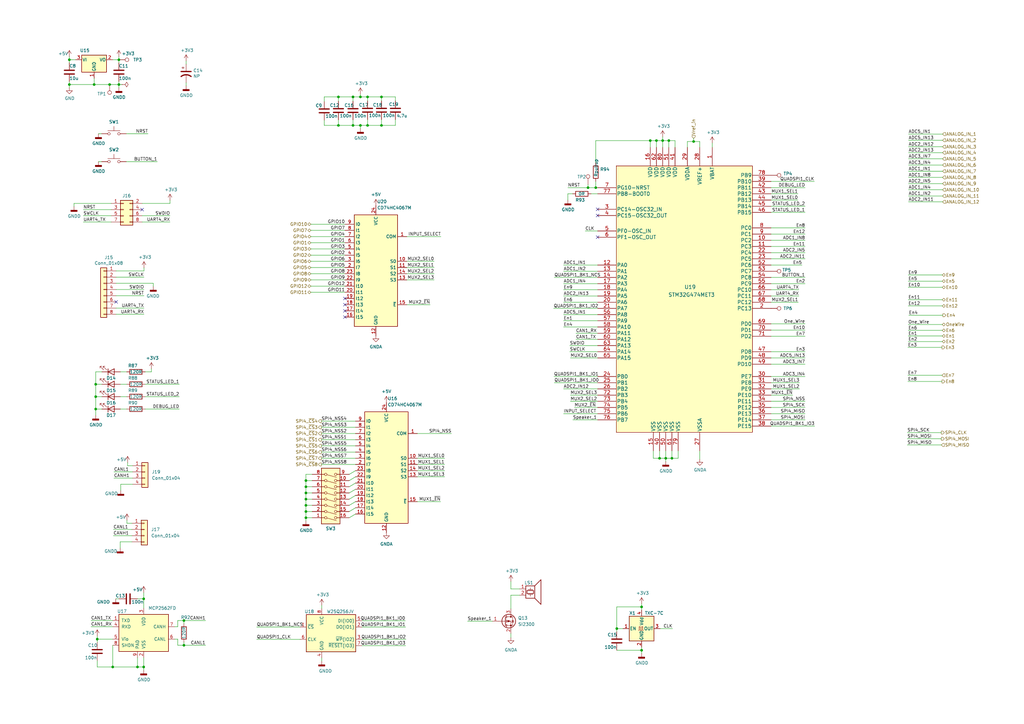
<source format=kicad_sch>
(kicad_sch (version 20211123) (generator eeschema)
  (paper "A3")
  (junction (at 28.448 24.511))
  (junction (at 138.811 51.435))
  (junction (at 138.811 39.751))
  (junction (at 39.878 262.128))
  (junction (at 156.464 51.435))
  (junction (at 271.78 57.658))
  (junction (at 44.958 34.671))
  (junction (at 125.476 212.344))
  (junction (at 39.243 162.687))
  (junction (at 48.768 24.511))
  (junction (at 58.928 245.618))
  (junction (at 39.243 167.767))
  (junction (at 75.438 264.668))
  (junction (at 28.448 34.671))
  (junction (at 252.984 257.81))
  (junction (at 150.749 39.751))
  (junction (at 125.476 197.104))
  (junction (at 284.48 58.039))
  (junction (at 39.243 157.607))
  (junction (at 266.7 57.658))
  (junction (at 125.476 202.184))
  (junction (at 125.476 209.804))
  (junction (at 144.78 39.751))
  (junction (at 147.828 39.751))
  (junction (at 241.173 76.962))
  (junction (at 156.464 39.751))
  (junction (at 46.228 273.558))
  (junction (at 48.768 34.671))
  (junction (at 270.51 187.96))
  (junction (at 125.476 204.724))
  (junction (at 58.928 273.558))
  (junction (at 275.59 187.96))
  (junction (at 150.749 51.435))
  (junction (at 263.144 248.92))
  (junction (at 263.144 266.7))
  (junction (at 38.608 34.671))
  (junction (at 56.388 273.558))
  (junction (at 147.828 51.435))
  (junction (at 75.438 254.508))
  (junction (at 125.476 199.644))
  (junction (at 273.05 187.96))
  (junction (at 269.24 57.658))
  (junction (at 274.32 57.658))
  (junction (at 244.348 76.962))
  (junction (at 144.78 51.435))
  (junction (at 125.476 207.264))
  (no_connect (at 47.625 123.825))
  (no_connect (at 245.11 85.852))
  (no_connect (at 245.11 88.392))
  (no_connect (at 245.11 97.282))
  (no_connect (at 58.293 85.979))
  (no_connect (at 141.478 130.048))
  (no_connect (at 141.478 127.508))
  (no_connect (at 141.478 124.968))
  (no_connect (at 141.478 122.428))
  (wire (pts (xy 49.403 157.607) (xy 51.943 157.607)))
  (wire (pts (xy 245.11 126.492) (xy 227.076 126.492)))
  (wire (pts (xy 325.12 162.052) (xy 316.23 162.052)))
  (wire (pts (xy 38.608 34.671) (xy 28.448 34.671)))
  (wire (pts (xy 386.334 156.464) (xy 372.364 156.464)))
  (wire (pts (xy 231.14 123.952) (xy 245.11 123.952)))
  (wire (pts (xy 244.348 76.962) (xy 245.11 76.962)))
  (wire (pts (xy 143.256 197.104) (xy 145.796 195.58)))
  (wire (pts (xy 59.055 113.665) (xy 47.625 113.665)))
  (wire (pts (xy 330.2 169.672) (xy 316.23 169.672)))
  (wire (pts (xy 372.618 67.691) (xy 386.588 67.691)))
  (wire (pts (xy 386.588 54.991) (xy 372.618 54.991)))
  (wire (pts (xy 125.476 197.104) (xy 125.476 194.564)))
  (wire (pts (xy 39.878 262.128) (xy 39.878 263.398)))
  (wire (pts (xy 263.144 248.92) (xy 252.984 248.92)))
  (wire (pts (xy 166.878 109.728) (xy 178.054 109.728)))
  (wire (pts (xy 62.865 116.205) (xy 47.625 116.205)))
  (wire (pts (xy 72.898 264.668) (xy 72.898 262.128)))
  (wire (pts (xy 372.618 75.311) (xy 386.588 75.311)))
  (wire (pts (xy 150.749 51.435) (xy 156.464 51.435)))
  (wire (pts (xy 166.878 107.188) (xy 178.054 107.188)))
  (wire (pts (xy 54.102 219.71) (xy 46.482 219.71)))
  (wire (pts (xy 125.476 199.644) (xy 125.476 197.104)))
  (wire (pts (xy 292.1 58.674) (xy 292.1 60.452)))
  (wire (pts (xy 144.78 51.435) (xy 147.828 51.435)))
  (wire (pts (xy 330.2 106.172) (xy 316.23 106.172)))
  (wire (pts (xy 227.33 113.792) (xy 245.11 113.792)))
  (wire (pts (xy 28.448 24.511) (xy 28.448 23.241)))
  (wire (pts (xy 145.796 185.42) (xy 131.826 185.42)))
  (wire (pts (xy 171.196 195.58) (xy 182.372 195.58)))
  (wire (pts (xy 241.173 76.962) (xy 244.348 76.962)))
  (wire (pts (xy 28.448 34.671) (xy 28.448 33.401)))
  (wire (pts (xy 372.618 82.804) (xy 386.588 82.804)))
  (wire (pts (xy 141.478 94.488) (xy 127.508 94.488)))
  (wire (pts (xy 330.2 116.332) (xy 316.23 116.332)))
  (wire (pts (xy 273.05 184.912) (xy 273.05 187.96)))
  (wire (pts (xy 58.928 269.748) (xy 58.928 273.558)))
  (wire (pts (xy 145.796 177.8) (xy 131.826 177.8)))
  (wire (pts (xy 138.811 49.149) (xy 138.811 51.435)))
  (wire (pts (xy 143.256 207.264) (xy 145.796 205.74)))
  (wire (pts (xy 41.783 157.607) (xy 39.243 157.607)))
  (wire (pts (xy 244.348 57.658) (xy 266.7 57.658)))
  (wire (pts (xy 62.865 116.205) (xy 62.865 117.475)))
  (wire (pts (xy 30.353 83.439) (xy 30.353 84.709)))
  (wire (pts (xy 30.988 24.511) (xy 28.448 24.511)))
  (wire (pts (xy 281.94 60.452) (xy 281.94 58.039)))
  (wire (pts (xy 58.928 245.618) (xy 56.388 245.618)))
  (wire (pts (xy 125.476 212.344) (xy 125.476 213.614)))
  (wire (pts (xy 245.11 169.672) (xy 231.14 169.672)))
  (wire (pts (xy 59.055 126.365) (xy 47.625 126.365)))
  (wire (pts (xy 263.144 248.92) (xy 263.144 247.65)))
  (wire (pts (xy 274.32 57.658) (xy 274.32 60.452)))
  (wire (pts (xy 75.438 263.398) (xy 75.438 264.668)))
  (wire (pts (xy 41.783 152.527) (xy 39.243 152.527)))
  (wire (pts (xy 148.463 257.175) (xy 166.37 257.175)))
  (wire (pts (xy 128.016 202.184) (xy 125.476 202.184)))
  (wire (pts (xy 141.478 117.348) (xy 127.508 117.348)))
  (wire (pts (xy 141.478 119.888) (xy 127.508 119.888)))
  (wire (pts (xy 209.55 238.506) (xy 209.55 241.554)))
  (wire (pts (xy 372.491 112.776) (xy 386.461 112.776)))
  (wire (pts (xy 275.59 187.96) (xy 278.13 187.96)))
  (wire (pts (xy 245.11 167.132) (xy 235.585 167.132)))
  (wire (pts (xy 245.11 162.052) (xy 233.934 162.052)))
  (wire (pts (xy 76.327 26.289) (xy 76.327 25.019)))
  (wire (pts (xy 132.969 49.276) (xy 132.969 51.435)))
  (wire (pts (xy 141.478 114.808) (xy 127.508 114.808)))
  (wire (pts (xy 316.23 159.512) (xy 327.914 159.512)))
  (wire (pts (xy 201.93 254.762) (xy 191.77 254.762)))
  (wire (pts (xy 166.878 124.968) (xy 176.403 124.968)))
  (wire (pts (xy 147.828 38.608) (xy 147.828 39.751)))
  (wire (pts (xy 316.23 108.712) (xy 328.93 108.712)))
  (wire (pts (xy 271.78 57.658) (xy 274.32 57.658)))
  (wire (pts (xy 37.338 257.048) (xy 46.228 257.048)))
  (wire (pts (xy 49.403 167.767) (xy 51.943 167.767)))
  (wire (pts (xy 59.055 121.285) (xy 47.625 121.285)))
  (wire (pts (xy 143.256 204.724) (xy 145.796 203.2)))
  (wire (pts (xy 48.768 245.618) (xy 47.498 245.618)))
  (wire (pts (xy 48.768 24.511) (xy 48.768 25.781)))
  (wire (pts (xy 47.625 118.745) (xy 59.055 118.745)))
  (wire (pts (xy 41.656 54.864) (xy 40.386 54.864)))
  (wire (pts (xy 41.783 167.767) (xy 39.243 167.767)))
  (wire (pts (xy 231.14 129.032) (xy 245.11 129.032)))
  (wire (pts (xy 231.14 118.872) (xy 245.11 118.872)))
  (wire (pts (xy 34.163 91.059) (xy 45.593 91.059)))
  (wire (pts (xy 386.588 65.151) (xy 372.618 65.151)))
  (wire (pts (xy 58.928 273.558) (xy 56.388 273.558)))
  (wire (pts (xy 141.478 104.648) (xy 127.508 104.648)))
  (wire (pts (xy 72.898 254.508) (xy 72.898 257.048)))
  (wire (pts (xy 143.256 209.804) (xy 145.796 208.28)))
  (wire (pts (xy 58.928 274.828) (xy 58.928 273.558)))
  (wire (pts (xy 39.243 152.527) (xy 39.243 157.607)))
  (wire (pts (xy 252.984 257.81) (xy 252.984 259.08)))
  (wire (pts (xy 372.618 77.851) (xy 386.588 77.851)))
  (wire (pts (xy 330.2 172.212) (xy 316.23 172.212)))
  (wire (pts (xy 58.928 245.618) (xy 58.928 243.078)))
  (wire (pts (xy 56.388 269.748) (xy 56.388 273.558)))
  (wire (pts (xy 125.476 202.184) (xy 125.476 199.644)))
  (wire (pts (xy 125.476 194.564) (xy 128.016 194.564)))
  (wire (pts (xy 316.23 132.842) (xy 330.2 132.842)))
  (wire (pts (xy 28.448 25.781) (xy 28.448 24.511)))
  (wire (pts (xy 166.878 114.808) (xy 178.054 114.808)))
  (wire (pts (xy 245.11 172.212) (xy 234.95 172.212)))
  (wire (pts (xy 242.443 79.502) (xy 245.11 79.502)))
  (wire (pts (xy 275.59 184.912) (xy 275.59 187.96)))
  (wire (pts (xy 46.228 273.558) (xy 39.878 273.558)))
  (wire (pts (xy 141.478 112.268) (xy 127.508 112.268)))
  (wire (pts (xy 48.768 24.511) (xy 46.228 24.511)))
  (wire (pts (xy 145.796 172.72) (xy 131.826 172.72)))
  (wire (pts (xy 39.243 167.767) (xy 39.243 170.307)))
  (wire (pts (xy 273.05 187.96) (xy 273.05 189.23)))
  (wire (pts (xy 105.283 257.175) (xy 123.063 257.175)))
  (wire (pts (xy 128.016 197.104) (xy 125.476 197.104)))
  (wire (pts (xy 236.22 139.192) (xy 245.11 139.192)))
  (wire (pts (xy 147.828 51.435) (xy 150.749 51.435)))
  (wire (pts (xy 75.438 264.668) (xy 84.328 264.668)))
  (wire (pts (xy 132.969 51.435) (xy 138.811 51.435)))
  (wire (pts (xy 227.203 154.432) (xy 245.11 154.432)))
  (wire (pts (xy 46.228 264.668) (xy 46.228 273.558)))
  (wire (pts (xy 128.016 212.344) (xy 125.476 212.344)))
  (wire (pts (xy 143.256 202.184) (xy 145.796 200.66)))
  (wire (pts (xy 58.928 249.428) (xy 58.928 245.618)))
  (wire (pts (xy 245.11 111.252) (xy 231.14 111.252)))
  (wire (pts (xy 54.356 196.088) (xy 46.736 196.088)))
  (wire (pts (xy 245.11 131.572) (xy 231.14 131.572)))
  (wire (pts (xy 316.23 93.472) (xy 330.2 93.472)))
  (wire (pts (xy 39.243 162.687) (xy 39.243 167.767)))
  (wire (pts (xy 44.958 34.671) (xy 38.608 34.671)))
  (wire (pts (xy 125.476 204.724) (xy 125.476 207.264)))
  (wire (pts (xy 287.02 184.912) (xy 287.02 188.341)))
  (wire (pts (xy 386.715 129.286) (xy 372.745 129.286)))
  (wire (pts (xy 144.78 49.149) (xy 144.78 51.435)))
  (wire (pts (xy 143.256 194.564) (xy 145.796 193.04)))
  (wire (pts (xy 125.476 199.644) (xy 128.016 199.644)))
  (wire (pts (xy 75.438 264.668) (xy 72.898 264.668)))
  (wire (pts (xy 59.563 167.767) (xy 73.533 167.767)))
  (wire (pts (xy 372.618 70.231) (xy 386.588 70.231)))
  (wire (pts (xy 372.491 115.316) (xy 386.461 115.316)))
  (wire (pts (xy 141.478 91.948) (xy 127.508 91.948)))
  (wire (pts (xy 48.768 35.941) (xy 48.768 34.671)))
  (wire (pts (xy 49.276 222.25) (xy 54.102 222.25)))
  (wire (pts (xy 372.491 122.936) (xy 386.461 122.936)))
  (wire (pts (xy 162.179 51.435) (xy 162.179 49.022)))
  (wire (pts (xy 252.984 248.92) (xy 252.984 257.81)))
  (wire (pts (xy 166.878 97.028) (xy 180.848 97.028)))
  (wire (pts (xy 127.508 97.028) (xy 141.478 97.028)))
  (wire (pts (xy 58.293 91.059) (xy 69.723 91.059)))
  (wire (pts (xy 244.348 66.802) (xy 244.348 57.658)))
  (wire (pts (xy 145.796 180.34) (xy 131.826 180.34)))
  (wire (pts (xy 59.563 157.607) (xy 73.533 157.607)))
  (wire (pts (xy 51.816 66.294) (xy 64.516 66.294)))
  (wire (pts (xy 145.796 175.26) (xy 131.826 175.26)))
  (wire (pts (xy 69.723 83.439) (xy 69.723 82.169)))
  (wire (pts (xy 54.356 193.548) (xy 46.736 193.548)))
  (wire (pts (xy 245.11 134.112) (xy 231.14 134.112)))
  (wire (pts (xy 263.144 267.97) (xy 263.144 266.7)))
  (wire (pts (xy 267.97 187.96) (xy 270.51 187.96)))
  (wire (pts (xy 28.448 35.941) (xy 28.448 34.671)))
  (wire (pts (xy 263.144 250.19) (xy 263.144 248.92)))
  (wire (pts (xy 271.78 56.134) (xy 271.78 57.658)))
  (wire (pts (xy 47.625 128.905) (xy 59.055 128.905)))
  (wire (pts (xy 52.07 213.36) (xy 52.07 214.63)))
  (wire (pts (xy 34.163 88.519) (xy 45.593 88.519)))
  (wire (pts (xy 316.23 174.752) (xy 334.137 174.752)))
  (wire (pts (xy 47.625 111.125) (xy 59.055 111.125)))
  (wire (pts (xy 48.768 23.241) (xy 48.768 24.511)))
  (wire (pts (xy 144.78 39.751) (xy 144.78 41.529)))
  (wire (pts (xy 58.293 88.519) (xy 69.723 88.519)))
  (wire (pts (xy 59.055 111.125) (xy 59.055 109.855)))
  (wire (pts (xy 244.348 74.422) (xy 244.348 76.962)))
  (wire (pts (xy 330.2 135.382) (xy 316.23 135.382)))
  (wire (pts (xy 156.464 39.751) (xy 162.179 39.751)))
  (wire (pts (xy 49.53 198.628) (xy 49.53 201.168)))
  (wire (pts (xy 255.524 257.81) (xy 252.984 257.81)))
  (wire (pts (xy 76.327 35.179) (xy 76.327 33.909)))
  (wire (pts (xy 330.2 96.012) (xy 316.23 96.012)))
  (wire (pts (xy 232.918 76.962) (xy 241.173 76.962)))
  (wire (pts (xy 316.23 137.922) (xy 330.2 137.922)))
  (wire (pts (xy 37.338 254.508) (xy 46.228 254.508)))
  (wire (pts (xy 145.796 187.96) (xy 131.826 187.96)))
  (wire (pts (xy 144.78 39.751) (xy 147.828 39.751)))
  (wire (pts (xy 245.11 108.712) (xy 231.14 108.712)))
  (wire (pts (xy 316.23 76.962) (xy 330.2 76.962)))
  (wire (pts (xy 127.508 102.108) (xy 141.478 102.108)))
  (wire (pts (xy 386.334 153.924) (xy 372.364 153.924)))
  (wire (pts (xy 372.364 142.494) (xy 386.334 142.494)))
  (wire (pts (xy 269.24 57.658) (xy 269.24 60.452)))
  (wire (pts (xy 147.828 39.751) (xy 150.749 39.751)))
  (wire (pts (xy 372.618 72.771) (xy 386.588 72.771)))
  (wire (pts (xy 156.464 51.435) (xy 162.179 51.435)))
  (wire (pts (xy 166.878 112.268) (xy 178.054 112.268)))
  (wire (pts (xy 127.508 99.568) (xy 141.478 99.568)))
  (wire (pts (xy 143.256 199.644) (xy 145.796 198.12)))
  (wire (pts (xy 245.11 146.812) (xy 233.934 146.812)))
  (wire (pts (xy 141.478 107.188) (xy 127.508 107.188)))
  (wire (pts (xy 128.016 204.724) (xy 125.476 204.724)))
  (wire (pts (xy 62.103 151.257) (xy 62.103 152.527)))
  (wire (pts (xy 278.13 187.96) (xy 278.13 184.912)))
  (wire (pts (xy 46.228 262.128) (xy 39.878 262.128)))
  (wire (pts (xy 236.22 136.652) (xy 245.11 136.652)))
  (wire (pts (xy 273.05 187.96) (xy 275.59 187.96)))
  (wire (pts (xy 75.438 255.778) (xy 75.438 254.508)))
  (wire (pts (xy 245.11 156.972) (xy 227.33 156.972)))
  (wire (pts (xy 276.86 57.658) (xy 276.86 60.452)))
  (wire (pts (xy 143.256 212.344) (xy 145.796 210.82)))
  (wire (pts (xy 284.48 58.039) (xy 287.02 58.039)))
  (wire (pts (xy 128.016 207.264) (xy 125.476 207.264)))
  (wire (pts (xy 209.55 259.842) (xy 209.55 261.493)))
  (wire (pts (xy 316.23 82.042) (xy 327.279 82.042)))
  (wire (pts (xy 132.969 39.751) (xy 138.811 39.751)))
  (wire (pts (xy 330.2 103.632) (xy 316.23 103.632)))
  (wire (pts (xy 266.7 57.658) (xy 266.7 60.452)))
  (wire (pts (xy 128.016 209.804) (xy 125.476 209.804)))
  (wire (pts (xy 386.588 62.611) (xy 372.618 62.611)))
  (wire (pts (xy 284.48 56.769) (xy 284.48 58.039)))
  (wire (pts (xy 209.55 244.094) (xy 209.55 249.682)))
  (wire (pts (xy 241.173 76.962) (xy 241.173 75.692)))
  (wire (pts (xy 171.196 190.5) (xy 182.372 190.5)))
  (wire (pts (xy 171.196 205.74) (xy 180.721 205.74)))
  (wire (pts (xy 145.796 182.88) (xy 131.826 182.88)))
  (wire (pts (xy 270.51 184.912) (xy 270.51 187.96)))
  (wire (pts (xy 49.53 198.628) (xy 54.356 198.628)))
  (wire (pts (xy 62.103 152.527) (xy 59.563 152.527)))
  (wire (pts (xy 274.32 57.658) (xy 276.86 57.658)))
  (wire (pts (xy 138.811 39.751) (xy 144.78 39.751)))
  (wire (pts (xy 316.23 123.952) (xy 327.406 123.952)))
  (wire (pts (xy 330.2 154.432) (xy 316.23 154.432)))
  (wire (pts (xy 171.196 187.96) (xy 182.372 187.96)))
  (wire (pts (xy 245.11 164.592) (xy 233.934 164.592)))
  (wire (pts (xy 141.478 109.728) (xy 127.508 109.728)))
  (wire (pts (xy 39.243 157.607) (xy 39.243 162.687)))
  (wire (pts (xy 316.23 144.272) (xy 330.2 144.272)))
  (wire (pts (xy 386.461 140.081) (xy 372.491 140.081)))
  (wire (pts (xy 240.03 94.742) (xy 245.11 94.742)))
  (wire (pts (xy 245.11 159.512) (xy 231.14 159.512)))
  (wire (pts (xy 232.918 82.042) (xy 232.918 79.502)))
  (wire (pts (xy 372.11 182.499) (xy 386.08 182.499)))
  (wire (pts (xy 58.293 83.439) (xy 69.723 83.439)))
  (wire (pts (xy 287.02 58.039) (xy 287.02 60.452)))
  (wire (pts (xy 48.768 33.401) (xy 48.768 34.671)))
  (wire (pts (xy 372.11 179.959) (xy 386.08 179.959)))
  (wire (pts (xy 330.2 87.122) (xy 316.23 87.122)))
  (wire (pts (xy 41.656 66.294) (xy 40.386 66.294)))
  (wire (pts (xy 148.463 264.795) (xy 166.37 264.795)))
  (wire (pts (xy 38.608 34.671) (xy 38.608 32.131)))
  (wire (pts (xy 52.07 214.63) (xy 54.102 214.63)))
  (wire (pts (xy 386.08 177.419) (xy 372.11 177.419)))
  (wire (pts (xy 269.24 57.658) (xy 271.78 57.658)))
  (wire (pts (xy 125.476 204.724) (xy 125.476 202.184)))
  (wire (pts (xy 52.324 191.008) (xy 54.356 191.008)))
  (wire (pts (xy 372.618 80.391) (xy 386.588 80.391)))
  (wire (pts (xy 138.811 39.751) (xy 138.811 41.529)))
  (wire (pts (xy 51.943 152.527) (xy 49.403 152.527)))
  (wire (pts (xy 275.844 257.81) (xy 270.764 257.81)))
  (wire (pts (xy 270.51 187.96) (xy 273.05 187.96)))
  (wire (pts (xy 316.23 167.132) (xy 330.2 167.132)))
  (wire (pts (xy 316.23 146.812) (xy 330.2 146.812)))
  (wire (pts (xy 171.196 177.8) (xy 185.166 177.8)))
  (wire (pts (xy 334.01 74.422) (xy 316.23 74.422)))
  (wire (pts (xy 156.464 39.751) (xy 156.464 41.402)))
  (wire (pts (xy 41.783 162.687) (xy 39.243 162.687)))
  (wire (pts (xy 105.283 262.255) (xy 123.063 262.255)))
  (wire (pts (xy 150.749 49.022) (xy 150.749 51.435)))
  (wire (pts (xy 316.23 156.972) (xy 327.914 156.972)))
  (wire (pts (xy 171.196 193.04) (xy 182.372 193.04)))
  (wire (pts (xy 316.23 84.582) (xy 330.2 84.582)))
  (wire (pts (xy 131.953 249.555) (xy 131.953 248.285)))
  (wire (pts (xy 386.461 133.096) (xy 372.491 133.096)))
  (wire (pts (xy 59.563 162.687) (xy 73.533 162.687)))
  (wire (pts (xy 232.918 79.502) (xy 234.823 79.502)))
  (wire (pts (xy 131.953 269.875) (xy 131.953 271.145)))
  (wire (pts (xy 245.11 116.332) (xy 231.14 116.332)))
  (wire (pts (xy 386.588 60.198) (xy 372.618 60.198)))
  (wire (pts (xy 316.23 79.502) (xy 327.279 79.502)))
  (wire (pts (xy 372.491 117.856) (xy 386.461 117.856)))
  (wire (pts (xy 30.353 83.439) (xy 45.593 83.439)))
  (wire (pts (xy 147.828 51.435) (xy 147.828 52.705)))
  (wire (pts (xy 233.68 144.272) (xy 245.11 144.272)))
  (wire (pts (xy 330.2 149.352) (xy 316.23 149.352)))
  (wire (pts (xy 71.628 257.048) (xy 72.898 257.048)))
  (wire (pts (xy 156.464 49.022) (xy 156.464 51.435)))
  (wire (pts (xy 271.78 57.658) (xy 271.78 60.452)))
  (wire (pts (xy 125.476 209.804) (xy 125.476 212.344)))
  (wire (pts (xy 213.106 244.094) (xy 209.55 244.094)))
  (wire (pts (xy 54.102 217.17) (xy 46.482 217.17)))
  (wire (pts (xy 49.276 222.25) (xy 49.276 224.79)))
  (wire (pts (xy 209.55 241.554) (xy 213.106 241.554)))
  (wire (pts (xy 150.749 39.751) (xy 156.464 39.751)))
  (wire (pts (xy 316.23 121.412) (xy 327.66 121.412)))
  (wire (pts (xy 330.2 98.552) (xy 316.23 98.552)))
  (wire (pts (xy 330.2 101.092) (xy 316.23 101.092)))
  (wire (pts (xy 51.943 162.687) (xy 49.403 162.687)))
  (wire (pts (xy 72.898 254.508) (xy 75.438 254.508)))
  (wire (pts (xy 39.878 262.128) (xy 39.878 260.858)))
  (wire (pts (xy 34.163 85.979) (xy 45.593 85.979)))
  (wire (pts (xy 245.11 141.732) (xy 233.68 141.732)))
  (wire (pts (xy 145.796 190.5) (xy 131.826 190.5)))
  (wire (pts (xy 56.388 273.558) (xy 46.228 273.558)))
  (wire (pts (xy 386.461 137.795) (xy 372.491 137.795)))
  (wire (pts (xy 75.438 254.508) (xy 84.328 254.508)))
  (wire (pts (xy 148.463 254.635) (xy 166.243 254.635)))
  (wire (pts (xy 252.984 266.7) (xy 263.144 266.7)))
  (wire (pts (xy 132.969 41.656) (xy 132.969 39.751)))
  (wire (pts (xy 125.476 207.264) (xy 125.476 209.804)))
  (wire (pts (xy 266.7 57.658) (xy 269.24 57.658)))
  (wire (pts (xy 245.11 121.412) (xy 231.14 121.412)))
  (wire (pts (xy 327.66 118.872) (xy 316.23 118.872)))
  (wire (pts (xy 50.038 34.671) (xy 48.768 34.671)))
  (wire (pts (xy 148.463 262.255) (xy 166.497 262.255)))
  (wire (pts (xy 162.179 39.751) (xy 162.179 41.402)))
  (wire (pts (xy 281.94 58.039) (xy 284.48 58.039)))
  (wire (pts (xy 48.768 34.671) (xy 44.958 34.671)))
  (wire (pts (xy 51.816 54.864) (xy 60.706 54.864)))
  (wire (pts (xy 52.324 189.738) (xy 52.324 191.008)))
  (wire (pts (xy 150.749 39.751) (xy 150.749 41.402)))
  (wire (pts (xy 316.23 164.592) (xy 330.2 164.592)))
  (wire (pts (xy 263.144 266.7) (xy 263.144 265.43)))
  (wire (pts (xy 372.491 125.476) (xy 386.461 125.476)))
  (wire (pts (xy 386.588 57.531) (xy 372.618 57.531)))
  (wire (pts (xy 316.23 113.792) (xy 330.2 113.792)))
  (wire (pts (xy 386.461 135.509) (xy 372.491 135.509)))
  (wire (pts (xy 39.878 273.558) (xy 39.878 271.018)))
  (wire (pts (xy 138.811 51.435) (xy 144.78 51.435)))
  (wire (pts (xy 267.97 184.912) (xy 267.97 187.96)))
  (wire (pts (xy 72.898 262.128) (xy 71.628 262.128)))
  (label "MUX1_SEL2" (at 182.372 193.04 180))
  (label "SWCLK" (at 59.055 113.665 180))
  (label "SWDIO" (at 69.723 88.519 180))
  (label "ADC1_IN2" (at 372.618 80.391 0))
  (label "ADC5_IN1" (at 231.14 129.032 0))
  (label "CANH1" (at 46.482 219.71 0))
  (label "ADC3_IN4" (at 372.618 67.691 0))
  (label "ADC5_IN13" (at 330.2 146.812 180))
  (label "ADC1_IN8" (at 372.618 72.771 0))
  (label "MUX1_SEL0" (at 182.372 187.96 180))
  (label "CAN1_TX" (at 37.338 254.508 0))
  (label "Speaker_1" (at 191.77 254.762 0))
  (label "En6" (at 372.491 135.509 0))
  (label "En8" (at 372.364 156.464 0))
  (label "MUX2_SEL0" (at 178.054 107.188 180))
  (label "MUX1_SEL3" (at 182.372 195.58 180))
  (label "En8" (at 330.2 93.472 180))
  (label "ADC1_IN4" (at 372.618 77.851 0))
  (label "QUADSPI1_BK1_IO3" (at 334.137 174.752 180))
  (label "ADC3_IN7" (at 372.618 65.151 0))
  (label "GPIO7" (at 141.478 94.488 180))
  (label "ADC1_IN1" (at 231.14 108.712 0))
  (label "QUADSPI1_BK1_IO1" (at 166.37 257.175 180))
  (label "QUADSPI1_BK1_NCS" (at 227.33 113.792 0))
  (label "SPI4_MISO" (at 372.11 182.499 0))
  (label "QUADSPI1_BK1_NCS" (at 105.283 257.175 0))
  (label "ADC1_IN4" (at 231.14 116.332 0))
  (label "En6" (at 231.14 123.952 0))
  (label "MUX2_SEL2" (at 178.054 112.268 180))
  (label "ADC2_IN13" (at 231.14 121.412 0))
  (label "GPIO12" (at 141.478 117.348 180))
  (label "ADC3_IN7" (at 330.2 149.352 180))
  (label "MUX1_SEL0" (at 327.279 82.042 180))
  (label "SPI4_NSS" (at 330.2 164.592 180))
  (label "QUADSPI1_BK1_IO2" (at 166.497 262.255 180))
  (label "MUX2_~{EN}" (at 176.403 124.968 180))
  (label "STATUS_LED_1" (at 330.2 87.122 180))
  (label "GPIO11" (at 141.478 119.888 180))
  (label "One_Wire" (at 330.2 132.842 180))
  (label "DEBUG_LED" (at 330.2 76.962 180))
  (label "SPI4_NSS5" (at 131.826 182.88 0))
  (label "MUX2_SEL3" (at 233.934 162.052 0))
  (label "GPIO1" (at 141.478 99.568 180))
  (label "SWCLK" (at 233.68 144.272 0))
  (label "MUX1_~{EN}" (at 325.12 162.052 180))
  (label "CANH1" (at 84.328 254.508 180))
  (label "MUX1_~{EN}" (at 180.721 205.74 180))
  (label "BUTTON_1" (at 64.516 66.294 180))
  (label "ADC1_IN8" (at 330.2 98.552 180))
  (label "En1" (at 372.491 137.795 0))
  (label "CANL1" (at 46.482 217.17 0))
  (label "MUX1_SEL1" (at 327.279 79.502 180))
  (label "ADC2_IN11" (at 372.618 82.804 0))
  (label "CANH1" (at 46.736 196.088 0))
  (label "ADC3_IN4" (at 330.2 154.432 180))
  (label "CANL1" (at 84.328 264.668 180))
  (label "ADC1_IN2" (at 231.14 111.252 0))
  (label "SPI4_NSS1" (at 131.826 180.34 0))
  (label "En2" (at 372.491 140.081 0))
  (label "SWDIO" (at 233.68 141.732 0))
  (label "ADC5_IN1" (at 372.618 54.991 0))
  (label "INPUT_SELECT" (at 180.848 97.028 180))
  (label "En11" (at 330.2 101.092 180))
  (label "UART4_RX" (at 69.723 91.059 180))
  (label "MUX2_SEL1" (at 327.406 123.952 180))
  (label "UART4_TX" (at 34.163 91.059 0))
  (label "En4" (at 231.14 134.112 0))
  (label "En4" (at 372.745 129.286 0))
  (label "SPI4_NSS4" (at 131.826 172.72 0))
  (label "NRST" (at 60.706 54.864 180))
  (label "En10" (at 372.491 117.856 0))
  (label "One_Wire" (at 372.491 133.096 0))
  (label "UART4_TX" (at 327.66 118.872 180))
  (label "En12" (at 372.491 125.476 0))
  (label "CLK" (at 240.03 94.742 0))
  (label "CAN1_RX" (at 37.338 257.048 0))
  (label "ADC2_IN12" (at 372.618 60.198 0))
  (label "En9" (at 231.14 118.872 0))
  (label "GPIO10" (at 141.478 91.948 180))
  (label "UART4_RX" (at 327.66 121.412 180))
  (label "SPI4_NSS8" (at 131.826 190.5 0))
  (label "NRST" (at 34.163 85.979 0))
  (label "MUX2_~{EN}" (at 235.585 167.132 0))
  (label "CAN1_TX" (at 236.22 139.192 0))
  (label "STATUS_LED_2" (at 73.533 162.687 180))
  (label "En1" (at 231.14 131.572 0))
  (label "CAN1_RX" (at 236.22 136.652 0))
  (label "QUADSPI1_BK1_IO2" (at 227.076 126.492 0))
  (label "QUADSPI1_BK1_IO1" (at 227.203 154.432 0))
  (label "GPIO2" (at 141.478 104.648 180))
  (label "En7" (at 372.364 153.924 0))
  (label "GPIO6" (at 141.478 107.188 180))
  (label "En5" (at 372.491 115.316 0))
  (label "ADC2_IN5" (at 330.2 103.632 180))
  (label "SPI4_NSS" (at 185.166 177.8 180))
  (label "Speaker_1" (at 234.95 172.212 0))
  (label "ADC5_IN13" (at 372.618 57.531 0))
  (label "GPIO8" (at 141.478 112.268 180))
  (label "QUADSPI1_BK1_IO0" (at 166.243 254.635 180))
  (label "MUX2_SEL1" (at 178.054 109.728 180))
  (label "DEBUG_LED" (at 73.533 167.767 180))
  (label "UART4_RX" (at 59.055 128.905 180))
  (label "En11" (at 372.491 122.936 0))
  (label "MUX2_SEL0" (at 233.934 146.812 0))
  (label "SPI4_NSS6" (at 131.826 185.42 0))
  (label "ADC2_IN5" (at 372.618 75.311 0))
  (label "En3" (at 330.2 144.272 180))
  (label "GPIO9" (at 141.478 114.808 180))
  (label "SPI4_MOSI" (at 372.11 179.959 0))
  (label "MUX1_SEL1" (at 182.372 190.5 180))
  (label "SPI4_SCK" (at 330.2 167.132 180))
  (label "En3" (at 372.364 142.494 0))
  (label "QUADSPI1_CLK" (at 105.283 262.255 0))
  (label "UART4_TX" (at 59.055 126.365 180))
  (label "MUX1_SEL3" (at 327.914 156.972 180))
  (label "SPI4_SCK" (at 372.11 177.419 0))
  (label "SPI4_MISO" (at 330.2 169.672 180))
  (label "GPIO5" (at 141.478 109.728 180))
  (label "En2" (at 330.2 116.332 180))
  (label "ADC2_IN13" (at 372.618 62.611 0))
  (label "CANL1" (at 46.736 193.548 0))
  (label "GPIO4" (at 141.478 97.028 180))
  (label "SPI4_NSS2" (at 131.826 177.8 0))
  (label "SWCLK" (at 34.163 88.519 0))
  (label "En9" (at 372.491 112.776 0))
  (label "NRST" (at 59.055 121.285 180))
  (label "NRST" (at 232.918 76.962 0))
  (label "SPI4_NSS7" (at 131.826 187.96 0))
  (label "STATUS_LED_1" (at 73.533 157.607 180))
  (label "MUX1_SEL2" (at 327.914 159.512 180))
  (label "En5" (at 328.93 108.712 180))
  (label "ADC2_IN12" (at 231.14 159.512 0))
  (label "BUTTON_1" (at 330.2 113.792 180))
  (label "SWDIO" (at 59.055 118.745 180))
  (label "En7" (at 330.2 137.922 180))
  (label "QUADSPI1_BK1_IO3" (at 166.37 264.795 180))
  (label "STATUS_LED_2" (at 330.2 84.582 180))
  (label "En12" (at 330.2 96.012 180))
  (label "ADC1_IN1" (at 372.618 70.231 0))
  (label "ADC2_IN11" (at 330.2 106.172 180))
  (label "QUADSPI1_BK1_IO0" (at 227.33 156.972 0))
  (label "SPI4_NSS3" (at 131.826 175.26 0))
  (label "En10" (at 330.2 135.382 180))
  (label "CLK" (at 275.844 257.81 180))
  (label "GPIO3" (at 141.478 102.108 180))
  (label "QUADSPI1_CLK" (at 334.01 74.422 180))
  (label "MUX2_SEL2" (at 233.934 164.592 0))
  (label "MUX2_SEL3" (at 178.054 114.808 180))
  (label "SPI4_MOSI" (at 330.2 172.212 180))
  (label "INPUT_SELECT" (at 231.14 169.672 0))
  (hierarchical_label "ANALOG_IN_12" (shape input) (at 386.588 82.804 0))
  (hierarchical_label "GPIO3" (shape bidirectional) (at 127.508 102.108 180))
  (hierarchical_label "En10" (shape bidirectional) (at 386.461 117.856 0))
  (hierarchical_label "En7" (shape input) (at 386.334 153.924 0))
  (hierarchical_label "ANALOG_IN_5" (shape input) (at 386.588 65.151 0))
  (hierarchical_label "En2" (shape bidirectional) (at 386.461 140.081 0))
  (hierarchical_label "ANALOG_IN_7" (shape input) (at 386.588 70.231 0))
  (hierarchical_label "SPI4_~{CS}1" (shape output) (at 131.826 180.34 180))
  (hierarchical_label "ANALOG_IN_2" (shape input) (at 386.588 57.531 0))
  (hierarchical_label "SPI4_~{CS}2" (shape output) (at 131.826 177.8 180))
  (hierarchical_label "GPIO8" (shape bidirectional) (at 127.508 112.268 180))
  (hierarchical_label "GPIO6" (shape bidirectional) (at 127.508 107.188 180))
  (hierarchical_label "En8" (shape output) (at 386.334 156.464 0))
  (hierarchical_label "GPIO9" (shape bidirectional) (at 127.508 114.808 180))
  (hierarchical_label "SPI4_~{CS}6" (shape output) (at 131.826 185.42 180))
  (hierarchical_label "En11" (shape bidirectional) (at 386.461 122.936 0))
  (hierarchical_label "GPIO5" (shape bidirectional) (at 127.508 109.728 180))
  (hierarchical_label "SPI4_~{CS}5" (shape output) (at 131.826 182.88 180))
  (hierarchical_label "ANALOG_IN_8" (shape input) (at 386.588 72.771 0))
  (hierarchical_label "En3" (shape output) (at 386.334 142.494 0))
  (hierarchical_label "GPIO11" (shape bidirectional) (at 127.508 119.888 180))
  (hierarchical_label "En6" (shape bidirectional) (at 386.461 135.509 0))
  (hierarchical_label "ANALOG_IN_1" (shape input) (at 386.588 54.991 0))
  (hierarchical_label "En12" (shape bidirectional) (at 386.461 125.476 0))
  (hierarchical_label "SPI4_MISO" (shape input) (at 386.08 182.499 0))
  (hierarchical_label "ANALOG_IN_6" (shape input) (at 386.588 67.691 0))
  (hierarchical_label "GPIO1" (shape bidirectional) (at 127.508 99.568 180))
  (hierarchical_label "ANALOG_IN_4" (shape input) (at 386.588 62.611 0))
  (hierarchical_label "Vref_in" (shape input) (at 284.48 56.769 90))
  (hierarchical_label "GPIO4" (shape bidirectional) (at 127.508 97.028 180))
  (hierarchical_label "ANALOG_IN_11" (shape input) (at 386.588 80.391 0))
  (hierarchical_label "SPI4_~{CS}8" (shape output) (at 131.826 190.5 180))
  (hierarchical_label "ANALOG_IN_3" (shape input) (at 386.588 60.198 0))
  (hierarchical_label "OneWire" (shape bidirectional) (at 386.461 133.096 0))
  (hierarchical_label "SPI4_CLK" (shape output) (at 386.08 177.419 0))
  (hierarchical_label "GPIO7" (shape bidirectional) (at 127.508 94.488 180))
  (hierarchical_label "GPIO2" (shape bidirectional) (at 127.508 104.648 180))
  (hierarchical_label "SPI4_~{CS}3" (shape output) (at 131.826 175.26 180))
  (hierarchical_label "En9" (shape bidirectional) (at 386.461 112.776 0))
  (hierarchical_label "SPI4_~{CS}4" (shape output) (at 131.826 172.72 180))
  (hierarchical_label "ANALOG_IN_9" (shape input) (at 386.588 75.311 0))
  (hierarchical_label "SPI4_MOSI" (shape output) (at 386.08 179.959 0))
  (hierarchical_label "GPIO10" (shape bidirectional) (at 127.508 91.948 180))
  (hierarchical_label "En4" (shape output) (at 386.715 129.286 0))
  (hierarchical_label "En1" (shape bidirectional) (at 386.461 137.795 0))
  (hierarchical_label "ANALOG_IN_10" (shape input) (at 386.588 77.851 0))
  (hierarchical_label "GPIO12" (shape bidirectional) (at 127.508 117.348 180))
  (hierarchical_label "SPI4_~{CS}7" (shape output) (at 131.826 187.96 180))
  (hierarchical_label "En5" (shape bidirectional) (at 386.461 115.316 0))
  (symbol (lib_id "power:+3.3V") (at 69.723 82.169 0) (unit 1)
    (property "Reference" "#PWR0115" (effects hide))
    (property "Value" "+3.3V" (at 70.104 77.7748 0))
  )
  (symbol (lib_id "Device:C") (at 39.878 267.208 0) (unit 1)
    (property "Reference" "C10" (at 36.068 264.668 0) (effects (justify left)))
    (property "Value" "100n" (at 34.798 269.748 0) (effects (justify left)))
    (property "Footprint" "Capacitor_SMD:C_0402_1005Metric" (effects hide))
  )
  (symbol (lib_id "Device:LED") (at 45.593 167.767 0) (mirror x) (unit 1)
    (property "Reference" "D17" (at 45.593 170.307 0))
    (property "Value" "LED" (effects hide))
    (property "Footprint" "LED_SMD:LED_0603_1608Metric" (effects hide))
  )
  (symbol (lib_id "power:GNDD") (at 47.498 245.618 0) (unit 1)
    (property "Reference" "#PWR0122" (effects hide))
    (property "Value" "GNDD" (at 42.418 246.888 0))
  )
  (symbol (lib_id "Switch:SW_DIP_x08") (at 135.636 202.184 0) (mirror x) (unit 1)
    (property "Reference" "SW3" (at 135.636 216.789 0))
    (property "Value" "SW_DIP_x08" (effects hide))
    (property "Footprint" "TXV_Library_Footprints:8_Pin_DIP_Switch" (effects hide))
  )
  (symbol (lib_id "power:+5V") (at 28.448 23.241 0) (unit 1)
    (property "Reference" "#PWR0113" (effects hide))
    (property "Value" "+5V" (at 25.908 21.971 0))
  )
  (symbol (lib_id "power:+3.3V") (at 292.1 58.674 0) (unit 1)
    (property "Reference" "#PWR0161" (effects hide))
    (property "Value" "+3.3V" (at 292.481 54.2798 0))
  )
  (symbol (lib_id "power:GNDD") (at 125.476 213.614 0) (unit 1)
    (property "Reference" "#PWR0135" (effects hide))
    (property "Value" "GNDD" (at 125.5776 217.551 0))
  )
  (symbol (lib_id "Device:C") (at 28.448 29.591 0) (unit 1)
    (property "Reference" "C8" (at 28.448 27.051 0) (effects (justify left)))
    (property "Value" "10u" (at 28.448 32.131 0) (effects (justify left)))
    (property "Footprint" "Capacitor_SMD:C_0603_1608Metric" (effects hide))
  )
  (symbol (lib_id "Connector:TestPoint") (at 316.23 126.492 270) (unit 1)
    (property "Reference" "TP6" (at 321.31 126.492 90) (effects (justify left)))
    (property "Value" "TestPoint" (effects hide))
    (property "Footprint" "TestPoint:TestPoint_THTPad_D1.0mm_Drill0.5mm" (effects hide))
  )
  (symbol (lib_id "power:GNDA") (at 209.55 261.493 0) (unit 1)
    (property "Reference" "#PWR0143" (effects hide))
    (property "Value" "GNDA" (at 209.55 266.573 0))
  )
  (symbol (lib_id "Switch:SW_Push") (at 46.736 54.864 0) (unit 1)
    (property "Reference" "SW1" (at 46.736 49.9618 0))
    (property "Value" "SW_Push_Dual" (effects hide))
    (property "Footprint" "TXV_Library_Footprints:SW_SPST_CK_RS282G05A3_and_THT" (effects hide))
  )
  (symbol (lib_id "74xx:CD74HC4067M") (at 154.178 109.728 0) (mirror y) (unit 1)
    (property "Reference" "U20" (at 154.6986 82.677 0) (effects (justify right)))
    (property "Value" "CD74HC4067M" (at 154.6986 85.217 0) (effects (justify right)))
    (property "Footprint" "Package_SO:SOIC-24W_7.5x15.4mm_P1.27mm" (effects hide))
    (property "Datasheet" "http://www.ti.com/lit/ds/symlink/cd74hc4067.pdf" (effects hide))
  )
  (symbol (lib_id "power:+3.3V") (at 59.055 109.855 0) (unit 1)
    (property "Reference" "#PWR0125" (effects hide))
    (property "Value" "+3.3V" (at 59.436 105.4608 0))
  )
  (symbol (lib_id "Device:C") (at 138.811 45.339 0) (unit 1)
    (property "Reference" "C12" (at 135.255 43.18 0) (effects (justify left)))
    (property "Value" "100n" (at 139.319 47.498 0) (effects (justify left)))
    (property "Footprint" "Capacitor_SMD:C_0402_1005Metric" (effects hide))
  )
  (symbol (lib_id "power:GND") (at 28.448 35.941 0) (unit 1)
    (property "Reference" "#PWR0114" (effects hide))
    (property "Value" "GND" (at 28.575 40.3352 0))
  )
  (symbol (lib_id "IOB-rescue:W25Q256JV-TXV_Library_Symbols") (at 135.763 259.715 0) (unit 1)
    (property "Reference" "U18" (at 126.873 250.825 0))
    (property "Value" "W25Q256JV" (at 139.573 250.825 0))
    (property "Footprint" "TXV_Library_Footprints:WSON-8-8x6mm" (effects hide))
    (property "Datasheet" "https://www.winbond.com/resource-files/w25q256jv%20spi%20revi%2010232018%20plus.pdf" (effects hide))
  )
  (symbol (lib_id "power:GNDD") (at 263.144 267.97 0) (unit 1)
    (property "Reference" "#PWR0137" (effects hide))
    (property "Value" "GNDD" (at 263.2456 271.907 0))
  )
  (symbol (lib_id "power:+5V") (at 158.496 165.1 0) (unit 1)
    (property "Reference" "#PWR0129" (effects hide))
    (property "Value" "+5V" (at 158.496 160.528 0))
  )
  (symbol (lib_id "power:+5V") (at 52.324 189.738 0) (unit 1)
    (property "Reference" "#PWR0138" (effects hide))
    (property "Value" "+5V" (at 49.784 188.468 0))
  )
  (symbol (lib_id "Connector:TestPoint") (at 316.23 111.252 270) (unit 1)
    (property "Reference" "TP5" (at 320.802 110.744 90) (effects (justify left)))
    (property "Value" "TestPoint" (effects hide))
    (property "Footprint" "TestPoint:TestPoint_THTPad_D1.0mm_Drill0.5mm" (effects hide))
  )
  (symbol (lib_id "Device:C") (at 252.984 262.89 0) (unit 1)
    (property "Reference" "C15" (at 249.174 260.35 0) (effects (justify left)))
    (property "Value" "100n" (at 247.904 265.43 0) (effects (justify left)))
    (property "Footprint" "Capacitor_SMD:C_0402_1005Metric" (effects hide))
  )
  (symbol (lib_id "power:GNDD") (at 273.05 189.23 0) (unit 1)
    (property "Reference" "#PWR0159" (effects hide))
    (property "Value" "GNDD" (at 273.1516 193.167 0))
  )
  (symbol (lib_id "power:+3.3V") (at 62.103 151.257 0) (unit 1)
    (property "Reference" "#PWR0130" (effects hide))
    (property "Value" "+3.3V" (at 62.484 146.8628 0))
  )
  (symbol (lib_id "power:GNDD") (at 131.953 271.145 0) (unit 1)
    (property "Reference" "#PWR0157" (effects hide))
    (property "Value" "GNDD" (at 133.477 275.209 0))
  )
  (symbol (lib_id "power:GNDA") (at 154.178 137.668 0) (unit 1)
    (property "Reference" "#PWR0147" (effects hide))
    (property "Value" "GNDA" (at 154.178 142.24 0))
  )
  (symbol (lib_id "Connector_Generic:Conn_01x04") (at 59.436 193.548 0) (unit 1)
    (property "Reference" "J19" (at 62.23 193.5479 0) (effects (justify left)))
    (property "Value" "Conn_01x04" (at 62.23 196.0879 0) (effects (justify left)))
    (property "Footprint" "Connector_Molex:Molex_SL_171971-0004_1x04_P2.54mm_Vertical" (effects hide))
  )
  (symbol (lib_id "Device:LED") (at 45.593 157.607 0) (mirror x) (unit 1)
    (property "Reference" "D15" (at 45.593 160.147 0))
    (property "Value" "LED" (effects hide))
    (property "Footprint" "LED_SMD:LED_0603_1608Metric" (effects hide))
  )
  (symbol (lib_id "Device:R") (at 55.753 167.767 270) (unit 1)
    (property "Reference" "R90" (at 54.483 165.227 90))
    (property "Value" "120R" (at 55.753 167.767 90))
    (property "Footprint" "Resistor_SMD:R_0603_1608Metric" (effects hide))
  )
  (symbol (lib_id "power:+3.3V") (at 131.953 248.285 0) (unit 1)
    (property "Reference" "#PWR0156" (effects hide))
    (property "Value" "+3.3V" (at 132.334 243.8908 0))
  )
  (symbol (lib_id "power:+3.3V") (at 48.768 23.241 0) (unit 1)
    (property "Reference" "#PWR0123" (effects hide))
    (property "Value" "+3.3V" (at 52.578 21.971 0))
  )
  (symbol (lib_id "Device:C") (at 150.749 45.212 0) (unit 1)
    (property "Reference" "C17" (at 147.193 43.053 0) (effects (justify left)))
    (property "Value" "100n" (at 151.257 47.371 0) (effects (justify left)))
    (property "Footprint" "Capacitor_SMD:C_0402_1005Metric" (effects hide))
  )
  (symbol (lib_id "power:GNDD") (at 232.918 82.042 0) (unit 1)
    (property "Reference" "#PWR0155" (effects hide))
    (property "Value" "GNDD" (at 233.0196 85.979 0))
  )
  (symbol (lib_id "Regulator_Linear:MCP1700-3302E_SOT23") (at 38.608 24.511 0) (unit 1)
    (property "Reference" "U15" (at 34.798 20.701 0))
    (property "Value" "MCP1700-3302E_SOT23" (effects hide))
    (property "Footprint" "Package_TO_SOT_SMD:SOT-23" (effects hide))
    (property "Datasheet" "http://ww1.microchip.com/downloads/en/DeviceDoc/20001826D.pdf" (effects hide))
  )
  (symbol (lib_id "Interface_CAN_LIN:MCP2562-E-MF") (at 58.928 259.588 0) (unit 1)
    (property "Reference" "U17" (at 50.038 250.698 0))
    (property "Value" "MCP2562FD" (at 66.548 249.428 0))
    (property "Footprint" "Package_DFN_QFN:DFN-8-1EP_3x3mm_P0.65mm_EP1.55x2.4mm" (effects hide))
    (property "Datasheet" "http://ww1.microchip.com/downloads/en/DeviceDoc/25167A.pdf" (effects hide))
  )
  (symbol (lib_id "Device:R") (at 55.753 162.687 270) (unit 1)
    (property "Reference" "R89" (at 54.483 160.147 90))
    (property "Value" "120R" (at 55.753 162.687 90))
    (property "Footprint" "Resistor_SMD:R_0603_1608Metric" (effects hide))
  )
  (symbol (lib_id "Connector:TestPoint") (at 48.768 24.511 270) (unit 1)
    (property "Reference" "TP3" (at 54.61 24.5109 90) (effects (justify left)))
    (property "Value" "TestPoint" (effects hide))
    (property "Footprint" "TestPoint:TestPoint_THTPad_D1.0mm_Drill0.5mm" (effects hide))
  )
  (symbol (lib_id "power:GNDD") (at 49.276 224.79 0) (unit 1)
    (property "Reference" "#PWR0140" (effects hide))
    (property "Value" "GNDD" (at 45.466 226.06 0))
  )
  (symbol (lib_id "power:+3.3V") (at 263.144 247.65 0) (unit 1)
    (property "Reference" "#PWR0136" (effects hide))
    (property "Value" "+3.3V" (at 263.525 243.2558 0))
  )
  (symbol (lib_id "power:+5V") (at 154.178 84.328 0) (unit 1)
    (property "Reference" "#PWR0146" (effects hide))
    (property "Value" "+5V" (at 154.178 79.756 0))
  )
  (symbol (lib_id "Device:LED") (at 45.593 152.527 0) (mirror x) (unit 1)
    (property "Reference" "D14" (at 45.593 155.067 0))
    (property "Value" "LED" (effects hide))
    (property "Footprint" "LED_SMD:LED_0603_1608Metric" (effects hide))
  )
  (symbol (lib_id "74xx:CD74HC4067M") (at 158.496 190.5 0) (mirror y) (unit 1)
    (property "Reference" "U16" (at 159.0166 163.449 0) (effects (justify right)))
    (property "Value" "CD74HC4067M" (at 159.0166 165.989 0) (effects (justify right)))
    (property "Footprint" "Package_SO:SOIC-24W_7.5x15.4mm_P1.27mm" (effects hide))
    (property "Datasheet" "http://www.ti.com/lit/ds/symlink/cd74hc4067.pdf" (effects hide))
  )
  (symbol (lib_id "Device:R") (at 238.633 79.502 90) (unit 1)
    (property "Reference" "R93" (at 239.903 82.042 90) (effects (justify left)))
    (property "Value" "0R" (at 239.903 79.502 90) (effects (justify left)))
    (property "Footprint" "Resistor_SMD:R_0603_1608Metric" (effects hide))
  )
  (symbol (lib_id "power:GNDD") (at 76.327 35.179 0) (unit 1)
    (property "Reference" "#PWR0134" (effects hide))
    (property "Value" "GNDD" (at 76.4286 39.116 0))
  )
  (symbol (lib_id "Device:C") (at 132.969 45.466 0) (unit 1)
    (property "Reference" "C9" (at 129.413 43.307 0) (effects (justify left)))
    (property "Value" "100n" (at 133.477 47.625 0) (effects (justify left)))
    (property "Footprint" "Capacitor_SMD:C_0402_1005Metric" (effects hide))
  )
  (symbol (lib_id "Connector:TestPoint") (at 316.23 71.882 270) (unit 1)
    (property "Reference" "TP4" (at 321.31 71.247 90) (effects (justify left)))
    (property "Value" "TestPoint" (effects hide))
    (property "Footprint" "TestPoint:TestPoint_THTPad_D1.0mm_Drill0.5mm" (effects hide))
  )
  (symbol (lib_id "Device:C") (at 52.578 245.618 90) (unit 1)
    (property "Reference" "C13" (at 51.308 244.348 90) (effects (justify left)))
    (property "Value" "100n" (at 58.928 246.888 90) (effects (justify left)))
    (property "Footprint" "Capacitor_SMD:C_0402_1005Metric" (effects hide))
  )
  (symbol (lib_id "TXV_Library_Symbols:SI2300") (at 207.01 254.762 0) (unit 1)
    (property "Reference" "Q13" (at 212.471 253.4919 0) (effects (justify left)))
    (property "Value" "SI2300" (at 212.471 256.0319 0) (effects (justify left)))
    (property "Footprint" "Package_TO_SOT_SMD:SOT-23" (effects hide))
    (property "Datasheet" "https://www.vishay.com/docs/65701/si2300ds.pdf" (effects hide))
  )
  (symbol (lib_id "power:+5V") (at 58.928 243.078 0) (unit 1)
    (property "Reference" "#PWR0127" (effects hide))
    (property "Value" "+5V" (at 56.388 241.808 0))
  )
  (symbol (lib_id "power:+5V") (at 52.07 213.36 0) (unit 1)
    (property "Reference" "#PWR0144" (effects hide))
    (property "Value" "+5V" (at 49.53 212.09 0))
  )
  (symbol (lib_id "power:+3.3V") (at 271.78 56.134 0) (unit 1)
    (property "Reference" "#PWR0158" (effects hide))
    (property "Value" "+3.3V" (at 272.161 51.7398 0))
  )
  (symbol (lib_id "IOB-rescue:CP1-Device") (at 76.327 30.099 0) (unit 1)
    (property "Reference" "C14" (at 79.248 28.9306 0) (effects (justify left)))
    (property "Value" "NP" (at 79.248 31.242 0) (effects (justify left)))
    (property "Footprint" "Capacitor_SMD:CP_Elec_6.3x4.9" (effects hide))
  )
  (symbol (lib_id "power:+3.3V") (at 76.327 25.019 0) (unit 1)
    (property "Reference" "#PWR0133" (effects hide))
    (property "Value" "+3.3V" (at 76.708 20.6248 0))
  )
  (symbol (lib_id "power:GNDD") (at 49.53 201.168 0) (unit 1)
    (property "Reference" "#PWR0142" (effects hide))
    (property "Value" "GNDD" (at 45.72 202.438 0))
  )
  (symbol (lib_id "Device:C") (at 48.768 29.591 0) (unit 1)
    (property "Reference" "C11" (at 48.768 27.051 0) (effects (justify left)))
    (property "Value" "100n" (at 48.768 32.131 0) (effects (justify left)))
    (property "Footprint" "Capacitor_SMD:C_0402_1005Metric" (effects hide))
  )
  (symbol (lib_id "power:GNDD") (at 40.386 66.294 0) (unit 1)
    (property "Reference" "#PWR0120" (effects hide))
    (property "Value" "GNDD" (at 40.4876 70.231 0))
  )
  (symbol (lib_id "Connector:TestPoint") (at 241.173 75.692 0) (unit 1)
    (property "Reference" "TP2" (at 236.728 72.517 0) (effects (justify left)))
    (property "Value" "TestPoint" (effects hide))
    (property "Footprint" "TestPoint:TestPoint_THTPad_D1.0mm_Drill0.5mm" (effects hide))
  )
  (symbol (lib_id "power:GNDD") (at 147.828 52.705 0) (unit 1)
    (property "Reference" "#PWR0139" (effects hide))
    (property "Value" "GNDD" (at 147.9296 56.642 0))
  )
  (symbol (lib_id "power:+3.3V") (at 39.878 260.858 0) (unit 1)
    (property "Reference" "#PWR0118" (effects hide))
    (property "Value" "+3.3V" (at 36.068 259.588 0))
  )
  (symbol (lib_id "Device:C") (at 162.179 45.212 0) (unit 1)
    (property "Reference" "C19" (at 159.512 42.799 0) (effects (justify left)))
    (property "Value" "4.7u" (at 162.687 47.498 0) (effects (justify left)))
    (property "Footprint" "Capacitor_SMD:C_0402_1005Metric" (effects hide))
  )
  (symbol (lib_id "power:GNDA") (at 158.496 218.44 0) (unit 1)
    (property "Reference" "#PWR0131" (effects hide))
    (property "Value" "GNDA" (at 158.496 223.139 0))
  )
  (symbol (lib_id "power:GNDD") (at 58.928 274.828 0) (unit 1)
    (property "Reference" "#PWR0128" (effects hide))
    (property "Value" "GNDD" (at 59.0296 278.765 0))
  )
  (symbol (lib_id "power:GNDA") (at 287.02 188.341 0) (unit 1)
    (property "Reference" "#PWR0160" (effects hide))
    (property "Value" "GNDA" (at 287.147 192.7352 0))
  )
  (symbol (lib_id "Connector:TestPoint") (at 44.958 34.671 180) (unit 1)
    (property "Reference" "TP1" (at 39.878 38.481 0) (effects (justify right)))
    (property "Value" "TestPoint" (effects hide))
    (property "Footprint" "TestPoint:TestPoint_THTPad_D1.0mm_Drill0.5mm" (effects hide))
  )
  (symbol (lib_id "Device:C") (at 144.78 45.339 0) (unit 1)
    (property "Reference" "C16" (at 141.224 43.18 0) (effects (justify left)))
    (property "Value" "100n" (at 145.288 47.498 0) (effects (justify left)))
    (property "Footprint" "Capacitor_SMD:C_0402_1005Metric" (effects hide))
  )
  (symbol (lib_id "Device:R") (at 75.438 259.588 0) (unit 1)
    (property "Reference" "R92" (at 74.168 253.238 0) (effects (justify left)))
    (property "Value" "120R" (at 75.438 262.128 90) (effects (justify left)))
    (property "Footprint" "Resistor_SMD:R_0603_1608Metric" (effects hide))
  )
  (symbol (lib_id "Connector_Generic:Conn_01x08") (at 42.545 118.745 0) (mirror y) (unit 1)
    (property "Reference" "J15" (at 44.6278 105.6132 0))
    (property "Value" "Conn_01x08" (at 44.6278 107.9246 0))
    (property "Footprint" "Connector_PinHeader_2.54mm:PinHeader_1x08_P2.54mm_Vertical" (effects hide))
  )
  (symbol (lib_id "power:GNDD") (at 40.386 54.864 0) (unit 1)
    (property "Reference" "#PWR0119" (effects hide))
    (property "Value" "GNDD" (at 40.4876 58.801 0))
  )
  (symbol (lib_id "power:+3.3V") (at 147.828 38.608 0) (unit 1)
    (property "Reference" "#PWR0132" (effects hide))
    (property "Value" "+3.3V" (at 148.209 34.2138 0))
  )
  (symbol (lib_id "Device:R") (at 55.753 157.607 270) (unit 1)
    (property "Reference" "R88" (at 54.483 155.067 90))
    (property "Value" "120R" (at 55.753 157.607 90))
    (property "Footprint" "Resistor_SMD:R_0603_1608Metric" (effects hide))
  )
  (symbol (lib_id "Device:R") (at 55.753 152.527 270) (unit 1)
    (property "Reference" "R87" (at 54.483 149.987 90))
    (property "Value" "120R" (at 55.753 152.527 90))
    (property "Footprint" "Resistor_SMD:R_0603_1608Metric" (effects hide))
  )
  (symbol (lib_id "power:GNDD") (at 30.353 84.709 0) (unit 1)
    (property "Reference" "#PWR0121" (effects hide))
    (property "Value" "GNDD" (at 30.4546 88.646 0))
  )
  (symbol (lib_id "Device:R") (at 244.348 70.612 0) (unit 1)
    (property "Reference" "R94" (at 246.126 69.4436 0) (effects (justify left)))
    (property "Value" "Rpullup" (at 244.475 72.517 90) (effects (justify left)))
    (property "Footprint" "Resistor_SMD:R_0603_1608Metric" (effects hide))
  )
  (symbol (lib_id "Connector_Generic:Conn_01x04") (at 59.182 217.17 0) (unit 1)
    (property "Reference" "J17" (at 61.976 217.1699 0) (effects (justify left)))
    (property "Value" "Conn_01x04" (at 61.976 219.7099 0) (effects (justify left)))
    (property "Footprint" "Connector_Molex:Molex_SL_171971-0004_1x04_P2.54mm_Vertical" (effects hide))
  )
  (symbol (lib_id "power:+3.3V") (at 209.55 238.506 0) (unit 1)
    (property "Reference" "#PWR0141" (effects hide))
    (property "Value" "+3.3V" (at 209.931 234.1118 0))
  )
  (symbol (lib_id "power:GNDD") (at 39.243 170.307 0) (unit 1)
    (property "Reference" "#PWR0116" (effects hide))
    (property "Value" "GNDD" (at 39.3446 174.244 0))
  )
  (symbol (lib_id "power:GNDD") (at 62.865 117.475 0) (mirror y) (unit 1)
    (property "Reference" "#PWR0126" (effects hide))
    (property "Value" "GNDD" (at 62.7634 121.412 0))
  )
  (symbol (lib_id "Switch:SW_Push") (at 46.736 66.294 0) (unit 1)
    (property "Reference" "SW2" (at 46.736 61.3918 0))
    (property "Value" "SW_Push_Dual" (effects hide))
    (property "Footprint" "TXV_Library_Footprints:SW_SPST_CK_RS282G05A3_and_THT" (effects hide))
  )
  (symbol (lib_id "Device:C") (at 156.464 45.212 0) (unit 1)
    (property "Reference" "C18" (at 152.908 43.053 0) (effects (justify left)))
    (property "Value" "100n" (at 156.972 47.371 0) (effects (justify left)))
    (property "Footprint" "Capacitor_SMD:C_0402_1005Metric" (effects hide))
  )
  (symbol (lib_id "Connector_Generic:Conn_02x04_Odd_Even") (at 50.673 85.979 0) (unit 1)
    (property "Reference" "J16" (at 51.943 80.264 0))
    (property "Value" "Conn_02x04_Odd_Even" (effects hide))
    (property "Footprint" "Connector_PinHeader_1.27mm:PinHeader_2x04_P1.27mm_Vertical_SMD" (effects hide))
  )
  (symbol (lib_id "power:GNDD") (at 48.768 35.941 0) (unit 1)
    (property "Reference" "#PWR0124" (effects hide))
    (property "Value" "GNDD" (at 48.8696 39.878 0))
  )
  (symbol (lib_id "2022-11-19_20-38-52:STM32G474MET3") (at 245.11 73.152 0) (unit 1)
    (property "Reference" "U19" (at 280.67 117.729 0) (effects (font (size 1.524 1.524)) (justify left)))
    (property "Value" "STM32G474MET3" (at 274.066 120.904 0) (effects (font (size 1.524 1.524)) (justify left)))
    (property "Footprint" "STM32:STM32G474MET3" (effects hide))
    (property "Datasheet" "https://www.mouser.at/datasheet/2/389/stm32g474cb-1600828.pdf" (effects hide))
  )
  (symbol (lib_id "Device:LED") (at 45.593 162.687 0) (mirror x) (unit 1)
    (property "Reference" "D16" (at 45.593 165.227 0))
    (property "Value" "LED" (effects hide))
    (property "Footprint" "LED_SMD:LED_0603_1608Metric" (effects hide))
  )
  (symbol (lib_id "Oscillator:TXC-7C") (at 263.144 257.81 0) (unit 1)
    (property "Reference" "X1" (at 258.064 251.46 0) (effects (justify left)))
    (property "Value" "TXC-7C" (at 264.414 251.46 0) (effects (justify left)))
    (property "Footprint" "Oscillator:Oscillator_SMD_TXC_7C-4Pin_5.0x3.2mm" (effects hide))
    (property "Datasheet" "http://www.txccorp.com/download/products/osc/7C_o.pdf" (effects hide))
  )
  (symbol (lib_id "Device:Speaker_Crystal") (at 218.186 241.554 0) (unit 1)
    (property "Reference" "LS1" (at 216.916 239.014 0))
    (property "Value" "Speaker_Crystal" (effects hide))
    (property "Footprint" "TXV_Library_Footprints:Piezo_Buzzer" (effects hide))
  )
  (symbol (lib_id "power:PWR_FLAG") (at 50.038 34.671 270) (unit 1)
    (property "Reference" "#FLG03" (effects hide))
    (property "Value" "PWR_FLAG" (effects hide))
  )
)
</source>
